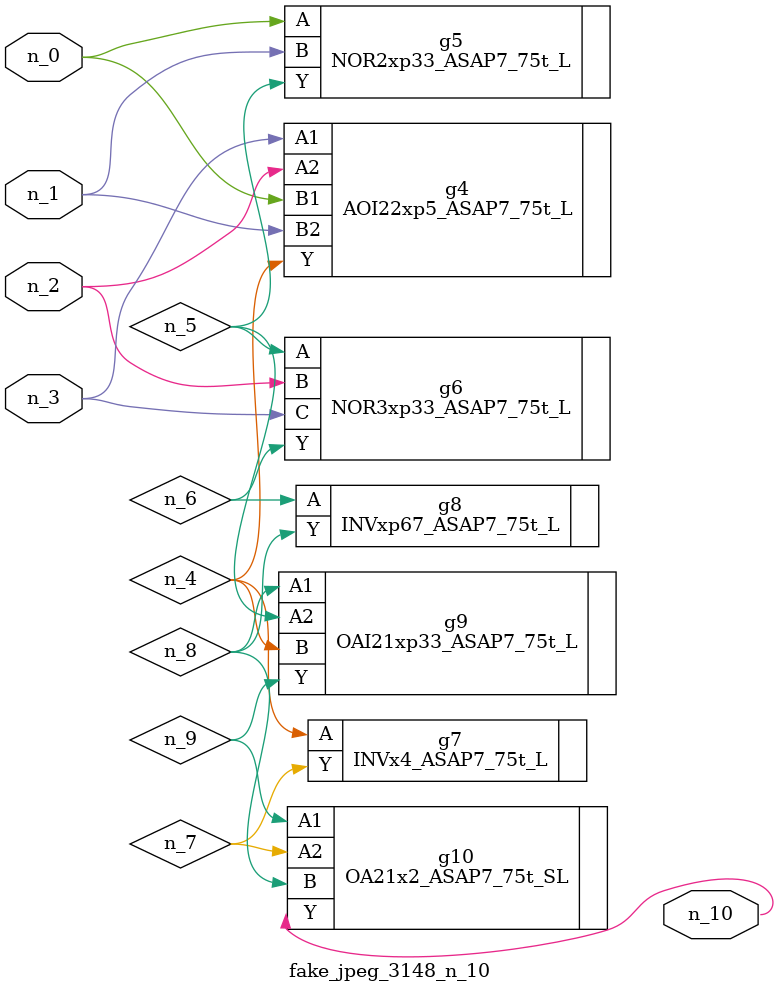
<source format=v>
module fake_jpeg_3148_n_10 (n_0, n_3, n_2, n_1, n_10);

input n_0;
input n_3;
input n_2;
input n_1;

output n_10;

wire n_4;
wire n_8;
wire n_9;
wire n_6;
wire n_5;
wire n_7;

AOI22xp5_ASAP7_75t_L g4 ( 
.A1(n_3),
.A2(n_2),
.B1(n_0),
.B2(n_1),
.Y(n_4)
);

NOR2xp33_ASAP7_75t_L g5 ( 
.A(n_0),
.B(n_1),
.Y(n_5)
);

NOR3xp33_ASAP7_75t_L g6 ( 
.A(n_5),
.B(n_2),
.C(n_3),
.Y(n_6)
);

INVxp67_ASAP7_75t_L g8 ( 
.A(n_6),
.Y(n_8)
);

INVx4_ASAP7_75t_L g7 ( 
.A(n_4),
.Y(n_7)
);

OAI21xp33_ASAP7_75t_L g9 ( 
.A1(n_8),
.A2(n_5),
.B(n_4),
.Y(n_9)
);

OA21x2_ASAP7_75t_SL g10 ( 
.A1(n_9),
.A2(n_7),
.B(n_8),
.Y(n_10)
);


endmodule
</source>
